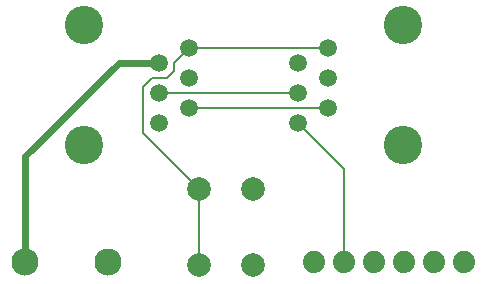
<source format=gtl>
G04*
G04 #@! TF.GenerationSoftware,Altium Limited,Altium Designer,24.3.1 (35)*
G04*
G04 Layer_Physical_Order=1*
G04 Layer_Color=255*
%FSLAX44Y44*%
%MOMM*%
G71*
G04*
G04 #@! TF.SameCoordinates,61AFF90D-CADD-405B-AF75-0EC62BA5F508*
G04*
G04*
G04 #@! TF.FilePolarity,Positive*
G04*
G01*
G75*
%ADD15C,0.1500*%
%ADD16C,0.6000*%
%ADD17C,1.0000*%
%ADD18C,2.0000*%
%ADD19C,3.2500*%
%ADD20C,1.5000*%
%ADD21C,1.8796*%
%ADD22C,2.3000*%
D15*
X230000Y478750D02*
X237500Y486250D01*
X230000Y440000D02*
X277500Y392500D01*
X230000Y440000D02*
Y478750D01*
X277500Y327500D02*
Y392500D01*
X237500Y486250D02*
X250000D01*
X256250Y492500D01*
Y499100D01*
X268900Y511750D01*
X400000Y330000D02*
Y409350D01*
X361100Y448250D02*
X400000Y409350D01*
X268900Y460950D02*
X386500D01*
X243500Y473650D02*
X361100D01*
X268900Y511750D02*
X386500D01*
D16*
X130000Y330000D02*
Y420000D01*
X209050Y499050D01*
X243500D01*
D17*
X242550Y500000D02*
X243500Y499050D01*
D18*
X322500Y392500D02*
D03*
Y327500D02*
D03*
X277500D02*
D03*
Y392500D02*
D03*
D19*
X450000Y530800D02*
D03*
Y429200D02*
D03*
X180000Y530800D02*
D03*
Y429200D02*
D03*
D20*
X386500Y511750D02*
D03*
X361100Y499050D02*
D03*
X386500Y486350D02*
D03*
X361100Y473650D02*
D03*
X386500Y460950D02*
D03*
X361100Y448250D02*
D03*
X268900Y511750D02*
D03*
X243500Y499050D02*
D03*
X268900Y486350D02*
D03*
X243500Y473650D02*
D03*
X268900Y460950D02*
D03*
X243500Y448250D02*
D03*
D21*
X374600Y330000D02*
D03*
X400000D02*
D03*
X425400D02*
D03*
X450800D02*
D03*
X476200D02*
D03*
X501600D02*
D03*
D22*
X130000Y330000D02*
D03*
X200000D02*
D03*
M02*

</source>
